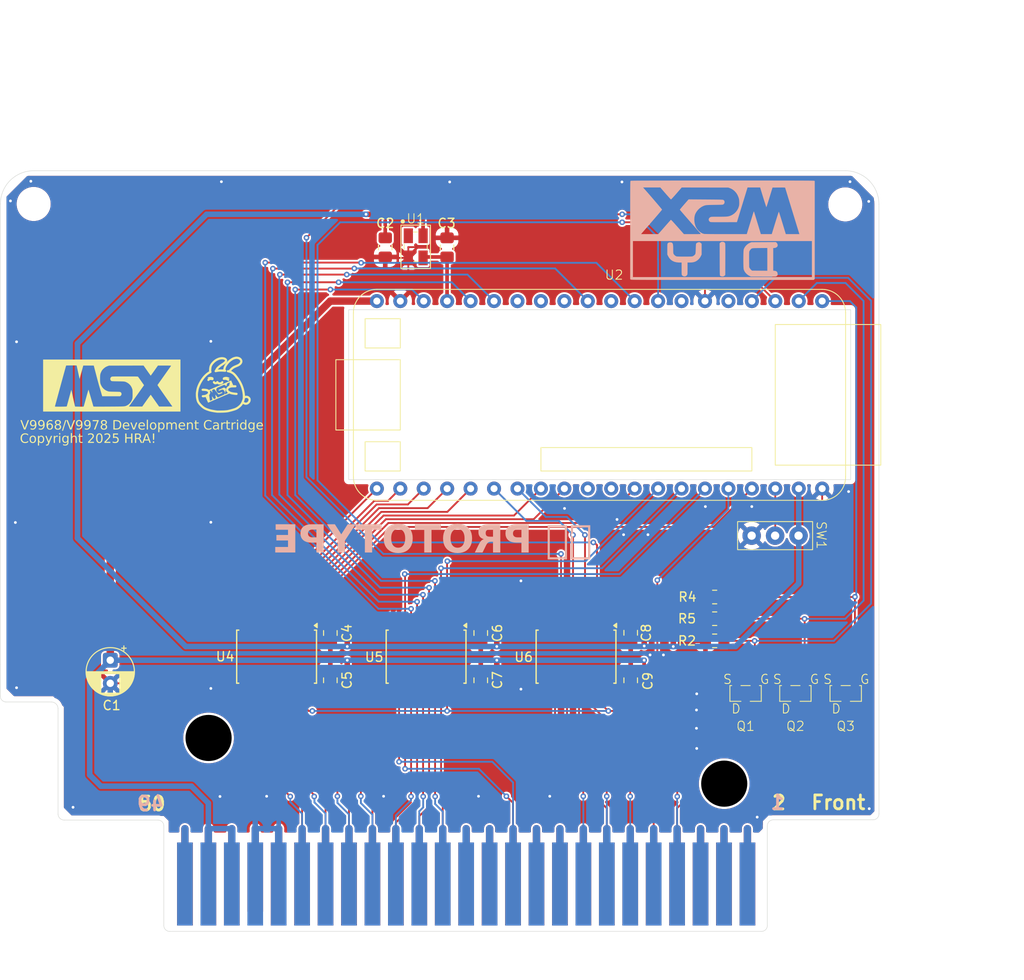
<source format=kicad_pcb>
(kicad_pcb (version 20241229) (generator "pcbnew") (generator_version "9.0")
  (layers (0 "F.Cu" signal) (2 "B.Cu" signal) (13 "F.Paste" user) (15 "B.Paste" user) (5 "F.SilkS" user "F.Silkscreen") (7 "B.SilkS" user "B.Silkscreen") (1 "F.Mask" user) (3 "B.Mask" user) (25 "Edge.Cuts" user))
  (net 0 "")
  (net 1 "GND")
  (net 2 "5V")
  (net 3 "3V3")
  (net 4 "CLOCK")
  (net 5 "BUSDIR")
  (net 6 "INT")
  (net 7 "WAIT")
  (net 13 "{slash}INT")
  (net 15 "{slash}WAIT")
  (net 32 "SLOT_A6")
  (net 33 "SLOT_A5")
  (net 34 "SLOT_A2")
  (net 35 "SLOT_A3")
  (net 36 "SLOT_A4")
  (net 37 "SLOT_A1")
  (net 38 "SLOT_A7")
  (net 39 "SLOT_OE_N")
  (net 40 "SLOT_A0")
  (net 41 "SLOT_RESET_N")
  (net 42 "SLOT_WR_N")
  (net 43 "SLOT_IORQ_N")
  (net 44 "SLOT_RD_N")
  (net 45 "SLOT_D7")
  (net 46 "SLOT_D4")
  (net 47 "SLOT_D6")
  (net 48 "SLOT_D0")
  (net 49 "SLOT_D3")
  (net 50 "SLOT_D1")
  (net 51 "SLOT_DATA_DIR")
  (net 52 "SLOT_D5")
  (net 53 "SLOT_D2")
  (net 54 "DIPSW")
  (net 67 "A7")
  (net 68 "A5")
  (net 69 "{slash}RESET")
  (net 70 "D5")
  (net 71 "{slash}BUSDIR")
  (net 72 "D1")
  (net 73 "D0")
  (net 74 "{slash}RD")
  (net 75 "A2")
  (net 76 "{slash}IORQ")
  (net 77 "D4")
  (net 78 "D6")
  (net 79 "D3")
  (net 80 "A1")
  (net 81 "A6")
  (net 82 "D2")
  (net 83 "A4")
  (net 84 "A3")
  (net 85 "A0")
  (net 86 "{slash}WR")
  (net 87 "D7")
  (footprint "Capacitor_THT:CP_Radial_D5.0mm_P2.50mm" (layer "F.Cu") (at 68.15 136.45 -90)
    (property "Reference" "C1")
    (property "Value" "100uF" (hide yes))
  )
  (footprint "0-My_Parts:TangNano20K" (layer "F.Cu") (at 121.17 107.69 90)
    (property "Reference" "U2")
    (property "Value" "~" (hide yes))
  )
  (footprint "0-My_Parts:BF@MountingHole_3.2mm_M3" (layer "F.Cu") (at 147.8054 87.05)
    (property "Reference" "REF**" (hide yes))
    (property "Value" "BF@MountingHole_3.2mm_M3" (hide yes))
  )
  (footprint "Capacitor_SMD:C_0805_2012Metric_Pad1.18x1.45mm_HandSolder" (layer "F.Cu") (at 124.55 133.475 -90)
    (property "Reference" "C8")
    (property "Value" "0.1uF" (hide yes))
  )
  (footprint "Capacitor_SMD:C_0805_2012Metric_Pad1.18x1.45mm_HandSolder" (layer "F.Cu") (at 97.95 91.7125 -90)
    (property "Reference" "C2")
    (property "Value" "0.1uF" (hide yes))
  )
  (footprint "0-My_Parts:BF@MountingHole_3.2mm_M3" (layer "F.Cu") (at 59.848004 87.0056)
    (property "Reference" "REF**" (hide yes))
    (property "Value" "BF@MountingHole_3.2mm_M3" (hide yes))
  )
  (footprint "0-My_Parts:MOSFET(SMD)" (layer "F.Cu") (at 147.85 130.9)
    (property "Reference" "Q3")
    (property "Value" "NMOS" (hide yes))
  )
  (footprint "Resistor_SMD:R_0805_2012Metric_Pad1.20x1.40mm_HandSolder" (layer "F.Cu") (at 133.65 134.35 180)
    (property "Reference" "R2")
    (property "Value" "10kΩ" (hide yes))
  )
  (footprint "0-My_Parts:SlideSwitch" (layer "F.Cu") (at 140.2 128.03 180)
    (property "Reference" "SW1")
    (property "Value" "~" (hide yes))
  )
  (footprint "0-My_Parts:MSX Cartridge_2" (layer "F.Cu") (at 76.244 154.697)
    (property "Reference" "U3" (hide yes))
    (property "Value" "~" (hide yes))
    (fp_line (start -20 -17.78) (end -20.004345 -14.3476) (stroke (width 0.05)) (layer "Edge.Cuts"))
    (fp_line (start -19.4096 -13.722623) (end -14.4786 -13.722623) (stroke (width 0.05)) (layer "Edge.Cuts"))
    (fp_line (start -13.753587 -1.563613) (end -13.753587 -12.993613) (stroke (width 0.05)) (layer "Edge.Cuts"))
    (fp_line (start -2.925 -0.925) (end -13.085 -0.925) (stroke (width 0.05)) (layer "Edge.Cuts"))
    (fp_line (start -2.29 10.505) (end -2.29 -0.29) (stroke (width 0.05)) (layer "Edge.Cuts"))
    (fp_line (start 62.48 11.14) (end -1.655 11.14) (stroke (width 0.05)) (layer "Edge.Cuts"))
    (fp_line (start 63.115001 -0.29) (end 63.115 10.505) (stroke (width 0.05)) (layer "Edge.Cuts"))
    (fp_line (start 74.570535 -0.954031) (end 63.775535 -0.95403) (stroke (width 0.05)) (layer "Edge.Cuts"))
    (fp_line (start 75.21 -17.77) (end 75.21497 -1.5976) (stroke (width 0.05)) (layer "Edge.Cuts"))
    (fp_arc (start -19.4096 -13.722623) (mid -19.831896 -13.916231) (end -20.004345 -14.3476) (stroke (width 0.05)) (layer "Edge.Cuts"))
    (fp_arc (start -14.4786 -13.722623) (mid -13.964524 -13.508857) (end -13.753588 -12.993613) (stroke (width 0.05)) (layer "Edge.Cuts"))
    (fp_arc (start -13.085031 -0.921789) (mid -13.546646 -1.11006) (end -13.753587 -1.563613) (stroke (width 0.05)) (layer "Edge.Cuts"))
    (fp_arc (start -2.925 -0.925) (mid -2.475987 -0.739013) (end -2.29 -0.29) (stroke (width 0.05)) (layer "Edge.Cuts"))
    (fp_arc (start -1.655 11.14) (mid -2.104013 10.954013) (end -2.29 10.505) (stroke (width 0.05)) (layer "Edge.Cuts"))
    (fp_arc (start 63.115 10.505) (mid 62.929013 10.954013) (end 62.48 11.14) (stroke (width 0.05)) (layer "Edge.Cuts"))
    (fp_arc (start 63.115001 -0.29) (mid 63.306001 -0.760549) (end 63.775535 -0.95403) (stroke (width 0.05)) (layer "Edge.Cuts"))
    (fp_arc (start 75.21497 -1.5976) (mid 75.026167 -1.142222) (end 74.570535 -0.954031) (stroke (width 0.05)) (layer "Edge.Cuts"))
  )
  (footprint "Capacitor_SMD:C_0805_2012Metric_Pad1.18x1.45mm_HandSolder" (layer "F.Cu") (at 104.65 91.7125 90)
    (property "Reference" "C3")
    (property "Value" "15pF" (hide yes))
  )
  (footprint "Capacitor_SMD:C_0805_2012Metric_Pad1.18x1.45mm_HandSolder" (layer "F.Cu") (at 108.3 138.625 90)
    (property "Reference" "C7")
    (property "Value" "0.1uF" (hide yes))
  )
  (footprint "Package_SO:SSOP-24_5.3x8.2mm_P0.65mm" (layer "F.Cu") (at 102.375 136.0625 -90)
    (property "Reference" "U5")
    (property "Value" "~" (hide yes))
  )
  (footprint "Capacitor_SMD:C_0805_2012Metric_Pad1.18x1.45mm_HandSolder" (layer "F.Cu") (at 92 138.625 90)
    (property "Reference" "C5")
    (property "Value" "0.1uF" (hide yes))
  )
  (footprint "0-My_Parts:CLOCK" (layer "F.Cu") (at 101.25 91.65 -90)
    (property "Reference" "U1")
    (property "Value" "~" (hide yes))
  )
  (footprint "Capacitor_SMD:C_0805_2012Metric_Pad1.18x1.45mm_HandSolder" (layer "F.Cu") (at 108.3 133.5 -90)
    (property "Reference" "C6")
    (property "Value" "0.1uF" (hide yes))
  )
  (footprint "Package_SO:SSOP-24_5.3x8.2mm_P0.65mm" (layer "F.Cu") (at 118.625 136.0625 -90)
    (property "Reference" "U6")
    (property "Value" "~" (hide yes))
  )
  (footprint "0-My_Parts:MOSFET(SMD)" (layer "F.Cu") (at 142.4 130.9)
    (property "Reference" "Q2")
    (property "Value" "NMOS" (hide yes))
  )
  (footprint "Resistor_SMD:R_0805_2012Metric_Pad1.20x1.40mm_HandSolder" (layer "F.Cu") (at 133.65 131.95)
    (property "Reference" "R5")
    (property "Value" "10kΩ" (hide yes))
  )
  (footprint "0-My_Parts:usa_10x7" (layer "F.Cu") (at 80.706489 106.492629)
    (property "Reference" "G1" (hide yes))
    (property "Value" "LOGO" (hide yes))
  )
  (footprint "Capacitor_SMD:C_0805_2012Metric_Pad1.18x1.45mm_HandSolder" (layer "F.Cu") (at 124.55 138.625 90)
    (property "Reference" "C9")
    (property "Value" "0.1uF" (hide yes))
  )
  (footprint "Capacitor_SMD:C_0805_2012Metric_Pad1.18x1.45mm_HandSolder" (layer "F.Cu") (at 92 133.5 -90)
    (property "Reference" "C4")
    (property "Value" "0.1uF" (hide yes))
  )
  (footprint "Package_SO:SSOP-24_5.3x8.2mm_P0.65mm" (layer "F.Cu") (at 86.175 136.0625 -90)
    (property "Reference" "U4")
    (property "Value" "~" (hide yes))
  )
  (footprint "Resistor_SMD:R_0805_2012Metric_Pad1.20x1.40mm_HandSolder" (layer "F.Cu") (at 133.65 129.6 180)
    (property "Reference" "R4")
    (property "Value" "10kΩ" (hide yes))
  )
  (footprint "0-My_Parts:MOSFET(SMD)" (layer "F.Cu") (at 137 130.9)
    (property "Reference" "Q1")
    (property "Value" "NMOS" (hide yes))
  )
  (footprint "0-My_Parts:msx_logo_15x5p8" (layer "F.Cu") (at 68.306 106.6656)
    (property "Reference" "G3" (hide yes))
    (property "Value" "LOGO" (hide yes))
  )
  (footprint "0-My_Parts:msxdiy_logo" (layer "B.Cu") (at 134.5 89.85 180)
    (property "Reference" "G2" (hide yes))
    (property "Value" "LOGO" (hide yes))
  )
  (gr_rect (start 93.9854 98.4614) (end 148.3922 116.8764) (stroke (width 0.05)) (fill no) (layer "Edge.Cuts"))
  (gr_arc (start 147.8054 83.4014) (mid 150.38535 84.47005) (end 151.454 87.05) (stroke (width 0.05)) (layer "Edge.Cuts"))
  (gr_line (start 151.454 136.927) (end 151.454 87.05) (stroke (width 0.05)) (layer "Edge.Cuts"))
  (gr_arc (start 56.244 87.0028) (mid 57.298007 84.458203) (end 59.842604 83.404196) (stroke (width 0.05)) (layer "Edge.Cuts"))
  (gr_line (start 56.244 87.0028) (end 56.244 136.917) (stroke (width 0.05)) (layer "Edge.Cuts"))
  (gr_line (start 147.8054 83.4014) (end 59.842604 83.4014) (stroke (width 0.05)) (layer "Edge.Cuts"))
  (gr_text "Copyright 2025 HRA!" (at 58.3492 113.0664 0) (layer "F.SilkS") (effects (font (size 1 1) (thickness 0.1)) (justify left bottom)))
  (gr_text "V9968/V9978 Development Cartridge" (at 58.4 111.6186 0) (layer "F.SilkS") (effects (font (size 1 1) (thickness 0.1)) (justify left bottom)))
  (gr_text "試作 PROTOTYPE" (at 120.376 125.2838 0) (layer "B.SilkS") (effects (font (size 3 3)) (justify left bottom mirror)))
  (segment (start 141.4 139.8816) (end 141.4072 139.8888) (width 0.2) (layer "F.Cu") (net 1))
  (segment (start 98.8 135.8642) (end 98.8 132.4625) (width 0.2) (layer "F.Cu") (net 1))
  (segment (start 105.3 132.4625) (end 105.3 135.8872) (width 0.2) (layer "F.Cu") (net 1))
  (segment (start 146.85 138.8) (end 146.85 139.8816) (width 0.2) (layer "F.Cu") (net 1))
  (segment (start 92 135.8502) (end 83.2158 135.8502) (width 0.2) (layer "F.Cu") (net 1))
  (segment (start 115.7 135.3144) (end 115.677 135.2914) (width 0.2) (layer "F.Cu") (net 1))
  (segment (start 82.6062 135.8502) (end 82.6062 135.9518) (width 0.2) (layer "F.Cu") (net 1))
  (segment (start 117 139.6625) (end 117 135.2936) (width 0.2) (layer "F.Cu") (net 1))
  (segment (start 70.2582 92.75) (end 61.6004 101.4078) (width 0.2) (layer "F.Cu") (net 1))
  (segment (start 100.45 96.66) (end 99.58 97.53) (width 0.2) (layer "F.Cu") (net 1))
  (segment (start 121.55 132.4625) (end 121.55 134.504) (width 0.2) (layer "F.Cu") (net 1))
  (segment (start 118.3 139.6625) (end 118.3 135.31) (width 0.2) (layer "F.Cu") (net 1))
  (segment (start 117 135.2936) (end 116.9978 135.2914) (width 0.2) (layer "F.Cu") (net 1))
  (segment (start 98 92.75) (end 98.1 92.85) (width 0.2) (layer "F.Cu") (net 1))
  (segment (start 100.45 92.85) (end 100.45 91.6926) (width 0.2) (layer "F.Cu") (net 1))
  (segment (start 140.442 125.7156) (end 137.6764 122.95) (width 0.2) (layer "F.Cu") (net 1))
  (segment (start 128.0976 129.6024) (end 128.0976 135.8756) (width 0.2) (layer "F.Cu") (net 1))
  (segment (start 100.437 91.6796) (end 103.231 91.6796) (width 0.2) (layer "F.Cu") (net 1))
  (segment (start 92 134.5375) (end 92 135.8502) (width 0.2) (layer "F.Cu") (net 1))
  (segment (start 82.6 135.958) (end 82.6 139.6625) (width 0.2) (layer "F.Cu") (net 1))
  (segment (start 115.0674 135.2914) (end 115.677 135.2914) (width 0.2) (layer "F.Cu") (net 1))
  (segment (start 128.1 129.6) (end 128.0976 129.6024) (width 0.2) (layer "F.Cu") (net 1))
  (segment (start 108.3 135.901) (end 108.3 137.5875) (width 0.2) (layer "F.Cu") (net 1))
  (segment (start 97.95 92.75) (end 98 92.75) (width 0.2) (layer "F.Cu") (net 1))
  (segment (start 77.7802 135.8502) (end 82.6062 135.8502) (width 0.2) (layer "F.Cu") (net 1))
  (segment (start 98.6336 135.6978) (end 92 135.6978) (width 0.2) (layer "F.Cu") (net 1))
  (segment (start 98.8 139.6625) (end 98.8 135.9378) (width 0.2) (layer "F.Cu") (net 1))
  (segment (start 137.66 122.9604) (end 137.66 122.95) (width 0.2) (layer "F.Cu") (net 1))
  (segment (start 74.6804 138.95) (end 77.7802 135.8502) (width 0.2) (layer "F.Cu") (net 1))
  (segment (start 144.2774 125.7156) (end 140.442 125.7156) (width 0.2) (layer "F.Cu") (net 1))
  (segment (start 124.55 134.5125) (end 124.55 135.7486) (width 0.2) (layer "F.Cu") (net 1))
  (segment (start 124.55 135.7486) (end 126.5228 135.7486) (width 0.2) (layer "F.Cu") (net 1))
  (segment (start 132.6 91.75) (end 132.6 97.53) (width 0.2) (layer "F.Cu") (net 1))
  (segment (start 128.4024 136.1804) (end 128.0976 135.8756) (width 0.2) (layer "F.Cu") (net 1))
  (segment (start 136 136.7676) (end 134.981 135.7486) (width 0.2) (layer "F.Cu") (net 1))
  (segment (start 92 135.901) (end 92 137.5875) (width 0.2) (layer "F.Cu") (net 1))
  (segment (start 118.3 135.31) (end 118.3186 135.2914) (width 0.2) (layer "F.Cu") (net 1))
  (segment (start 115.677 135.2914) (end 116.9978 135.2914) (width 0.2) (layer "F.Cu") (net 1))
  (segment (start 141.4072 139.8888) (end 136.1748 139.8888) (width 0.2) (layer "F.Cu") (net 1))
  (segment (start 131.9838 136.1804) (end 128.4024 136.1804) (width 0.2) (layer "F.Cu") (net 1))
  (segment (start 137.6764 122.95) (end 137.66 122.95) (width 0.2) (layer "F.Cu") (net 1))
  (segment (start 132.4156 135.7486) (end 131.9838 136.1804) (width 0.2) (layer "F.Cu") (net 1))
  (segment (start 136 139.714) (end 136 138.8) (width 0.2) (layer "F.Cu") (net 1))
  (segment (start 136 138.8) (end 136 136.7676) (width 0.2) (layer "F.Cu") (net 1))
  (segment (start 141.4 138.8) (end 141.4 139.8816) (width 0.2) (layer "F.Cu") (net 1))
  (segment (start 121.5585 134.5125) (end 124.55 134.5125) (width 0.2) (layer "F.Cu") (net 1))
  (segment (start 145.3 117.85) (end 145.3 124.693) (width 0.2) (layer "F.Cu") (net 1))
  (segment (start 132.65 129.6) (end 128.1 129.6) (width 0.2) (layer "F.Cu") (net 1))
  (segment (start 82.6062 135.9518) (end 82.6 135.958) (width 0.2) (layer "F.Cu") (net 1))
  (segment (start 61.6004 101.4078) (end 61.6004 132.4004) (width 0.2) (layer "F.Cu") (net 1))
  (segment (start 134.981 135.7486) (end 132.4156 135.7486) (width 0.2) (layer "F.Cu") (net 1))
  (segment (start 124.55 135.7486) (end 124.55 135.9772) (width 0.2) (layer "F.Cu") (net 1))
  (segment (start 83.25 135.816) (end 83.2158 135.8502) (width 0.2) (layer "F.Cu") (net 1))
  (segment (start 115.05 139.6625) (end 115.7 139.6625) (width 0.2) (layer "F.Cu") (net 1))
  (segment (start 108.3 135.6978) (end 108.3 135.901) (width 0.2) (layer "F.Cu") (net 1))
  (segment (start 115.0674 135.2914) (end 114.661 135.6978) (width 0.2) (layer "F.Cu") (net 1))
  (segment (start 114.661 135.6978) (end 108.3 135.6978) (width 0.2) (layer "F.Cu") (net 1))
  (segment (start 118.3186 135.2914) (end 119.5886 135.2914) (width 0.2) (layer "F.Cu") (net 1))
  (segment (start 82.6 135.7424) (end 82.6 132.4625) (width 0.2) (layer "F.Cu") (net 1))
  (segment (start 126.5228 135.7486) (end 126.6498 135.8756) (width 0.2) (layer "F.Cu") (net 1))
  (segment (start 121.55 134.504) (end 121.55 135.2914) (width 0.2) (layer "F.Cu") (net 1))
  (segment (start 83.2158 135.8502) (end 82.6062 135.8502) (width 0.2) (layer "F.Cu") (net 1))
  (segment (start 82.6062 135.7486) (end 82.6 135.7424) (width 0.2) (layer "F.Cu") (net 1))
  (segment (start 103.2424 90.675) (end 104.65 90.675) (width 0.2) (layer "F.Cu") (net 1))
  (segment (start 121.55 134.504) (end 121.5585 134.5125) (width 0.2) (layer "F.Cu") (net 1))
  (segment (start 98.8 135.9378) (end 98.8368 135.901) (width 0.2) (layer "F.Cu") (net 1))
  (segment (start 132.65 129.6) (end 132.65 127.9704) (width 0.2) (layer "F.Cu") (net 1))
  (segment (start 105.3 135.8872) (end 105.3138 135.901) (width 0.2) (layer "F.Cu") (net 1))
  (segment (start 115.05 132.4625) (end 115.05 135.274) (width 0.2) (layer "F.Cu") (net 1))
  (segment (start 145.3 124.693) (end 144.2774 125.7156) (width 0.2) (layer "F.Cu") (net 1))
  (segment (start 98.8368 135.901) (end 98.6336 135.6978) (width 0.2) (layer "F.Cu") (net 1))
  (segment (start 98.8368 135.901) (end 98.8 135.8642) (width 0.2) (layer "F.Cu") (net 1))
  (segment (start 115.7 132.4625) (end 115.7 135.3144) (width 0.2) (layer "F.Cu") (net 1))
  (segment (start 119.6 135.3028) (end 119.5886 135.2914) (width 0.2) (layer "F.Cu") (net 1))
  (segment (start 108.3 135.901) (end 105.3138 135.901) (width 0.2) (layer "F.Cu") (net 1))
  (segment (start 103.231 90.6864) (end 103.2424 90.675) (width 0.2) (layer "F.Cu") (net 1))
  (segment (start 124.55 135.9772) (end 124.55 137.5875) (width 0.2) (layer "F.Cu") (net 1))
  (segment (start 115.05 135.274) (end 115.0674 135.2914) (width 0.2) (layer "F.Cu") (net 1))
  (segment (start 98.1 92.85) (end 100.45 92.85) (width 0.2) (layer "F.Cu") (net 1))
  (segment (start 132.4156 135.7486) (end 132.5934 135.7486) (width 0.2) (layer "F.Cu") (net 1))
  (segment (start 136.1748 139.8888) (end 136 139.714) (width 0.2) (layer "F.Cu") (net 1))
  (segment (start 119.6 139.6625) (end 119.6 135.3028) (width 0.2) (layer "F.Cu") (net 1))
  (segment (start 82.6062 135.8502) (end 82.6062 135.7486) (width 0.2) (layer "F.Cu") (net 1))
  (segment (start 99.45 135.8974) (end 99.4464 135.901) (width 0.2) (layer "F.Cu") (net 1))
  (segment (start 132.5934 135.7486) (end 132.65 135.692) (width 0.2) (layer "F.Cu") (net 1))
  (segment (start 99.4464 135.901) (end 98.8368 135.901) (width 0.2) (layer "F.Cu") (net 1))
  (segment (start 97.95 92.75) (end 70.2582 92.75) (width 0.2) (layer "F.Cu") (net 1))
  (segment (start 131.525 90.675) (end 132.6 91.75) (width 0.2) (layer "F.Cu") (net 1))
  (segment (start 115.7 139.6625) (end 115.7 135.3144) (width 0.2) (layer "F.Cu") (net 1))
  (segment (start 100.45 92.85) (end 100.45 96.66) (width 0.2) (layer "F.Cu") (net 1))
  (segment (start 146.8428 139.8888) (end 141.4072 139.8888) (width 0.2) (layer "F.Cu") (net 1))
  (segment (start 99.45 132.4625) (end 99.45 135.8974) (width 0.2) (layer "F.Cu") (net 1))
  (segment (start 121.55 135.2914) (end 119.5886 135.2914) (width 0.2) (layer "F.Cu") (net 1))
  (segment (start 146.85 139.8816) (end 146.8428 139.8888) (width 0.2) (layer "F.Cu") (net 1))
  (segment (start 92 135.8502) (end 92 135.901) (width 0.2) (layer "F.Cu") (net 1))
  (segment (start 116.9978 135.2914) (end 118.3186 135.2914) (width 0.2) (layer "F.Cu") (net 1))
  (segment (start 132.65 127.9704) (end 137.66 122.9604) (width 0.2) (layer "F.Cu") (net 1))
  (segment (start 68.15 138.95) (end 74.6804 138.95) (width 0.2) (layer "F.Cu") (net 1))
  (segment (start 132.65 135.692) (end 132.65 134.35) (width 0.2) (layer "F.Cu") (net 1))
  (segment (start 103.231 91.6796) (end 103.231 90.6864) (width 0.2) (layer "F.Cu") (net 1))
  (segment (start 104.65 90.675) (end 131.525 90.675) (width 0.2) (layer "F.Cu") (net 1))
  (segment (start 83.25 132.4625) (end 83.25 135.816) (width 0.2) (layer "F.Cu") (net 1))
  (segment (start 124.55 135.2914) (end 124.55 135.9772) (width 0.2) (layer "F.Cu") (net 1))
  (segment (start 105.3138 135.901) (end 99.4464 135.901) (width 0.2) (layer "F.Cu") (net 1))
  (segment (start 61.6004 132.4004) (end 68.15 138.95) (width 0.2) (layer "F.Cu") (net 1))
  (via (at 132.6442 119.7974) (size 0.6) (drill 0.3) (layers "F.Cu" "B.Cu") (net 1))
  (via (at 80.1932 84.593) (size 0.6) (drill 0.3) (layers "F.Cu" "B.Cu") (net 1))
  (via (at 104.9328 84.6184) (size 0.6) (drill 0.3) (layers "F.Cu" "B.Cu") (net 1))
  (via (at 80.0408 151.2172) (size 0.6) (drill 0.3) (layers "F.Cu" "B.Cu") (net 1))
  (via (at 138.2576 153.4524) (size 0.6) (drill 0.3) (layers "F.Cu" "B.Cu") (net 1))
  (via (at 131.7044 146.0102) (size 0.6) (drill 0.3) (layers "F.Cu" "B.Cu") (net 1))
  (via (at 97.77 151.1918) (size 0.6) (drill 0.3) (layers "F.Cu" "B.Cu") (net 1))
  (via (at 108.057 151.1918) (size 0.6) (drill 0.3) (layers "F.Cu" "B.Cu") (net 1))
  (via (at 64.115 152.3856) (size 0.6) (drill 0.3) (layers "F.Cu" "B.Cu") (net 1))
  (via (at 126.4212 122.8454) (size 0.6) (drill 0.3) (layers "F.Cu" "B.Cu") (net 1))
  (via (at 79.0502 121.4992) (size 0.6) (drill 0.3) (layers "F.Cu" "B.Cu") (net 1))
  (via (at 112.6544 139.584) (size 0.6) (drill 0.3) (layers "F.Cu" "B.Cu") (net 1))
  (via (at 126.6498 135.8756) (size 0.6) (drill 0.3) (layers "F.Cu" "B.Cu") (net 1))
  (via (at 148.1636 118.1718) (size 0.6) (drill 0.3) (layers "F.Cu" "B.Cu") (net 1))
  (via (at 131.679 141.8446) (size 0.6) (drill 0.3) (layers "F.Cu" "B.Cu") (net 1))
  (via (at 57.9936 139.4316) (size 0.6) (drill 0.3) (layers "F.Cu" "B.Cu") (net 1))
  (via (at 57.3332 86.6758) (size 0.6) (drill 0.3) (layers "F.Cu" "B.Cu") (net 1))
  (via (at 85.0954 151.1918) (size 0.6) (drill 0.3) (layers "F.Cu" "B.Cu") (net 1))
  (via (at 131.7044 140.092) (size 0.6) (drill 0.3) (layers "F.Cu" "B.Cu") (net 1))
  (via (at 137.6734 119.7974) (size 0.6) (drill 0.3) (layers "F.Cu" "B.Cu") (net 1))
  (via (at 148.316 84.593) (size 0.6) (drill 0.3) (layers "F.Cu" "B.Cu") (net 1))
  (via (at 131.679 143.8258) (size 0.6) (drill 0.3) (layers "F.Cu" "B.Cu") (net 1))
  (via (at 79.0502 101.8904) (size 0.6) (drill 0.3) (layers "F.Cu" "B.Cu") (net 1))
  (via (at 150.348 86.7266) (size 0.6) (drill 0.3) (layers "F.Cu" "B.Cu") (net 1))
  (via (at 117.3788 120.0006) (size 0.6) (drill 0.3) (layers "F.Cu" "B.Cu") (net 1))
  (via (at 115.7786 151.1918) (size 0.6) (drill 0.3) (layers "F.Cu" "B.Cu") (net 1))
  (via (at 123.0684 121.1944) (size 0.6) (drill 0.3) (layers "F.Cu" "B.Cu") (net 1))
  (via (at 128.0976 135.8756) (size 0.6) (drill 0.3) (layers "F.Cu" "B.Cu") (net 1))
  (via (at 57.8666 121.5246) (size 0.6) (drill 0.3) (layers "F.Cu" "B.Cu") (net 1))
  (via (at 57.9936 101.9412) (size 0.6) (drill 0.3) (layers "F.Cu" "B.Cu") (net 1))
  (via (at 123.6018 84.6184) (size 0.6) (drill 0.3) (layers "F.Cu" "B.Cu") (net 1))
  (via (at 112.6544 127.8492) (size 0.6) (drill 0.3) (layers "F.Cu" "B.Cu") (net 1))
  (via (at 123.7796 122.8454) (size 0.6) (drill 0.3) (layers "F.Cu" "B.Cu") (net 1))
  (via (at 59.543 84.5422) (size 0.6) (drill 0.3) (layers "F.Cu" "B.Cu") (net 1))
  (via (at 150.3988 152.538) (size 0.6) (drill 0.3) (layers "F.Cu" "B.Cu") (net 1))
  (via (at 79.0502 139.5078) (size 0.6) (drill 0.3) (layers "F.Cu" "B.Cu") (net 1))
  (segment (start 69.957 148.8296) (end 68.15 147.0226) (width 0.6) (layer "B.Cu") (net 1))
  (segment (start 69.957 148.8804) (end 69.957 148.8296) (width 0.6) (layer "B.Cu") (net 1))
  (segment (start 83.86 154.7) (end 83.86 151.9884) (width 0.6) (layer "B.Cu") (net 1))
  (segment (start 126.6498 135.8756) (end 128.0976 135.8756) (width 0.2) (layer "B.Cu") (net 1))
  (segment (start 83.86 151.9884) (end 80.752 148.8804) (width 0.6) (layer "B.Cu") (net 1))
  (segment (start 83.86 154.7) (end 86.4 154.7) (width 0.6) (layer "B.Cu") (net 1))
  (segment (start 68.15 147.0226) (end 68.15 138.95) (width 0.6) (layer "B.Cu") (net 1))
  (segment (start 80.752 148.8804) (end 69.957 148.8804) (width 0.6) (layer "B.Cu") (net 1))
  (segment (start 68.15 121.3758) (end 91.9958 97.53) (width 0.8) (layer "F.Cu") (net 2))
  (segment (start 124.55 139.6625) (end 125.6061 139.6625) (width 0.4) (layer "F.Cu") (net 2))
  (segment (start 110.0382 139.3808) (end 109.7565 139.6625) (width 0.6) (layer "F.Cu") (net 2))
  (segment (start 109.7565 139.6625) (end 108.3 139.6625) (width 0.6) (layer "F.Cu") (net 2))
  (segment (start 91.9958 97.53) (end 97.04 97.53) (width 0.8) (layer "F.Cu") (net 2))
  (segment (start 93.5513 139.6625) (end 92 139.6625) (width 0.6) (layer "F.Cu") (net 2))
  (segment (start 105.3 139.6625) (end 105.95 139.6625) (width 0.4) (layer "F.Cu") (net 2))
  (segment (start 122.2 139.6625) (end 124.55 139.6625) (width 0.4) (layer "F.Cu") (net 2))
  (segment (start 89.75 139.6625) (end 92 139.6625) (width 0.4) (layer "F.Cu") (net 2))
  (segment (start 89.1 139.6625) (end 89.75 139.6625) (width 0.4) (layer "F.Cu") (net 2))
  (segment (start 68.15 136.45) (end 68.15 121.3758) (width 0.8) (layer "F.Cu") (net 2))
  (segment (start 126.005 139.2636) (end 126.005 136.45) (width 0.4) (layer "F.Cu") (net 2))
  (segment (start 93.833 136.45) (end 93.833 139.3808) (width 0.6) (layer "F.Cu") (net 2))
  (segment (start 125.6061 139.6625) (end 126.005 139.2636) (width 0.4) (layer "F.Cu") (net 2))
  (segment (start 110.0382 136.45) (end 110.0382 139.3808) (width 0.6) (layer "F.Cu") (net 2))
  (segment (start 121.55 139.6625) (end 122.2 139.6625) (width 0.4) (layer "F.Cu") (net 2))
  (segment (start 105.95 139.6625) (end 108.3 139.6625) (width 0.4) (layer "F.Cu") (net 2))
  (segment (start 93.833 139.3808) (end 93.5513 139.6625) (width 0.6) (layer "F.Cu") (net 2))
  (via (at 110.0382 136.45) (size 0.6) (drill 0.3) (layers "F.Cu" "B.Cu") (net 2))
  (via (at 93.833 136.45) (size 0.6) (drill 0.3) (layers "F.Cu" "B.Cu") (net 2))
  (via (at 126.005 136.45) (size 0.6) (drill 0.3) (layers "F.Cu" "B.Cu") (net 2))
  (segment (start 65.9184 148.8804) (end 65.9184 138.6816) (width 0.6) (layer "B.Cu") (net 2))
  (segment (start 110.0382 136.45) (end 126.005 136.45) (width 0.6) (layer "B.Cu") (net 2))
  (segment (start 67.1376 150.0996) (end 65.9184 148.8804) (width 0.6) (layer "B.Cu") (net 2))
  (segment (start 78.78 154.7) (end 78.78 151.9376) (width 0.6) (layer "B.Cu") (net 2))
  (segment (start 78.78 154.7) (end 81.32 154.7) (width 0.6) (layer "B.Cu") (net 2))
  (segment (start 65.9184 138.6816) (end 68.15 136.45) (width 0.6) (layer "B.Cu") (net 2))
  (segment (start 68.15 136.45) (end 93.833 136.45) (width 0.6) (layer "B.Cu") (net 2))
  (segment (start 93.833 136.45) (end 110.0382 136.45) (width 0.6) (layer "B.Cu") (net 2))
  (segment (start 76.942 150.0996) (end 67.1376 150.0996) (width 0.6) (layer "B.Cu") (net 2))
  (segment (start 78.78 151.9376) (end 76.942 150.0996) (width 0.6) (layer "B.Cu") (net 2))
  (segment (start 93.3155 132.4625) (end 92 132.4625) (width 0.6) (layer "F.Cu") (net 3))
  (segment (start 130.1436 131.95) (end 132.65 131.95) (width 0.6) (layer "F.Cu") (net 3))
  (segment (start 97.95 90.675) (end 97.95 88.15) (width 0.4) (layer "F.Cu") (net 3))
  (segment (start 93.833 132.98) (end 93.3155 132.4625) (width 0.6) (layer "F.Cu") (net 3))
  (segment (start 110.0382 134.9612) (end 110.0382 132.8086) (width 0.6) (layer "F.Cu") (net 3))
  (segment (start 122.2 132.4625) (end 124.525 132.4625) (width 0.4) (layer "F.Cu") (net 3))
  (segment (start 125.9803 132.4375) (end 126.0148 132.472) (width 0.6) (layer "F.Cu") (net 3))
  (segment (start 129.1644 134.9612) (end 129.1644 132.9292) (width 0.6) (layer "F.Cu") (net 3))
  (segment (start 105.95 132.4625) (end 108.3 132.4625) (width 0.4) (layer "F.Cu") (net 3))
  (segment (start 124.55 132.4375) (end 125.9803 132.4375) (width 0.6) (layer "F.Cu") (net 3))
  (segment (start 95.865 88.1236) (end 97.9236 88.1236) (width 0.6) (layer "F.Cu") (net 3))
  (segment (start 89.75 132.4625) (end 92 132.4625) (width 0.4) (layer "F.Cu") (net 3))
  (segment (start 126.0148 132.472) (end 126.014799 134.905679) (width 0.6) (layer "F.Cu") (net 3))
  (segment (start 97.9236 88.1236) (end 97.95 88.15) (width 0.6) (layer "F.Cu") (net 3))
  (segment (start 124.525 132.4625) (end 124.55 132.4375) (width 0.2) (layer "F.Cu") (net 3))
  (segment (start 129.1644 132.9292) (end 130.1436 131.95) (width 0.6) (layer "F.Cu") (net 3))
  (segment (start 142.76 122.93) (end 142.74 122.95) (width 0.2) (layer "F.Cu") (net 3))
  (segment (start 97.95 88.15) (end 102.05 88.15) (width 0.4) (layer "F.Cu") (net 3))
  (segment (start 109.6921 132.4625) (end 108.3 132.4625) (width 0.6) (layer "F.Cu") (net 3))
  (segment (start 110.0382 132.8086) (end 109.6921 132.4625) (width 0.6) (layer "F.Cu") (net 3))
  (segment (start 102.05 88.15) (end 102.05 90.45) (width 0.4) (layer "F.Cu") (net 3))
  (segment (start 93.833 134.9612) (end 93.833 132.98) (width 0.6) (layer "F.Cu") (net 3))
  (via (at 129.1644 134.9612) (size 0.6) (drill 0.3) (layers "F.Cu" "B.Cu") (net 3))
  (via (at 95.865 88.1236) (size 0.6) (drill 0.3) (layers "F.Cu" "B.Cu") (net 3))
  (via (at 126.014799 134.905679) (size 0.6) (drill 0.3) (layers "F.Cu" "B.Cu") (net 3))
  (via (at 93.833 134.9612) (size 0.6) (drill 0.3) (layers "F.Cu" "B.Cu") (net 3))
  (via (at 110.0382 134.9612) (size 0.6) (drill 0.3) (layers "F.Cu" "B.Cu") (net 3))
  (segment (start 93.833 134.9612) (end 76.3324 134.9612) (width 0.6) (layer "B.Cu") (net 3))
  (segment (start 126.07032 134.9612) (end 126.014799 134.905679) (width 0.6) (layer "B.Cu") (net 3))
  (segment (start 142.76 117.85) (end 142.76 122.93) (width 0.6) (layer "B.Cu") (net 3))
  (segment (start 135.9208 134.9612) (end 129.1644 134.9612) (width 0.6) (layer "B.Cu") (net 3))
  (segment (start 65.6898 124.3186) (end 64.5976 123.2264) (width 0.6) (layer "B.Cu") (net 3))
  (segment (start 125.959278 134.9612) (end 126.014799 134.905679) (width 0.6) (layer "B.Cu") (net 3))
  (segment (start 142.76 122.93) (end 142.74 122.95) (width 0.2) (layer "B.Cu") (net 3))
  (segment (start 110.0382 134.9612) (end 125.959278 134.9612) (width 0.6) (layer "B.Cu") (net 3))
  (segment (start 142.76 122.93) (end 142.76 128.122) (width 0.6) (layer "B.Cu") (net 3))
  (segment (start 78.593 88.1236) (end 95.865 88.1236) (width 0.6) (layer "B.Cu") (net 3))
  (segment (start 76.3324 134.9612) (end 65.6898 124.3186) (width 0.6) (layer "B.Cu") (net 3))
  (segment (start 110.0382 134.9612) (end 93.833 134.9612) (width 0.6) (layer "B.Cu") (net 3))
  (segment (start 142.76 128.122) (end 135.9208 134.9612) (width 0.6) (layer "B.Cu") (net 3))
  (segment (start 64.5976 123.2264) (end 64.5976 102.119) (width 0.6) (layer "B.Cu") (net 3))
  (segment (start 129.1644 134.9612) (end 126.07032 134.9612) (width 0.6) (layer "B.Cu") (net 3))
  (segment (start 64.5976 102.119) (end 78.593 88.1236) (width 0.6) (layer "B.Cu") (net 3))
  (segment (start 95.865 88.1236) (end 95.8904 88.1236) (width 0.6) (layer "B.Cu") (net 3))
  (segment (start 104.65 97.52) (end 104.66 97.53) (width 0.2) (layer "F.Cu") (net 4))
  (segment (start 104.65 92.75) (end 104.65 97.52) (width 0.4) (layer "F.Cu") (net 4))
  (segment (start 104.65 92.75) (end 102.15 92.75) (width 0.4) (layer "F.Cu") (net 4))
  (segment (start 137.9766 134.35) (end 138 134.3734) (width 0.2) (layer "F.Cu") (net 5))
  (segment (start 138 134.3734) (end 138 138.8) (width 0.2) (layer "F.Cu") (net 5))
  (segment (start 134.65 134.35) (end 137.9766 134.35) (width 0.2) (layer "F.Cu") (net 5))
  (via (at 137.9766 134.35) (size 0.6) (drill 0.3) (layers "F.Cu" "B.Cu") (net 5))
  (segment (start 150.602 130.313) (end 150.602 97.4962) (width 0.2) (layer "B.Cu") (net 5))
  (segment (start 148.1128 95.007) (end 140.203 95.007) (width 0.2) (layer "B.Cu") (net 5))
  (segment (start 146.565 134.35) (end 150.602 130.313) (width 0.2) (layer "B.Cu") (net 5))
  (segment (start 137.9766 134.35) (end 146.565 134.35) (width 0.2) (layer "B.Cu") (net 5))
  (segment (start 150.602 97.4962) (end 148.1128 95.007) (width 0.2) (layer "B.Cu") (net 5))
  (segment (start 140.203 95.007) (end 137.68 97.53) (width 0.2) (layer "B.Cu") (net 5))
  (segment (start 134.65 129.6) (end 148.8258 129.6) (width 0.2) (layer "F.Cu") (net 6))
  (segment (start 148.8494 129.5764) (end 148.85 129.577) (width 0.2) (layer "F.Cu") (net 6))
  (segment (start 148.85 129.577) (end 148.85 138.8) (width 0.2) (layer "F.Cu") (net 6))
  (via (at 148.8494 129.5764) (size 0.6) (drill 0.3) (layers "F.Cu" "B.Cu") (net 6))
  (segment (start 145.3 97.53) (end 148.310742 97.53) (width 0.2) (layer "B.Cu") (net 6))
  (segment (start 148.310742 97.53) (end 148.9932 98.212458) (width 0.2) (layer "B.Cu") (net 6))
  (segment (start 148.9932 98.212458) (end 148.9932 129.4326) (width 0.2) (layer "B.Cu") (net 6))
  (segment (start 148.9932 129.4326) (end 148.8494 129.5764) (width 0.2) (layer "B.Cu") (net 6))
  (segment (start 143.3744 131.95) (end 143.3884 131.964) (width 0.2) (layer "F.Cu") (net 7))
  (segment (start 134.65 131.95) (end 143.3744 131.95) (width 0.2) (layer "F.Cu") (net 7))
  (segment (start 143.4 131.9756) (end 143.4 138.8) (width 0.2) (layer "F.Cu") (net 7))
  (segment (start 143.3884 131.964) (end 143.4 131.9756) (width 0.2) (layer "F.Cu") (net 7))
  (via (at 143.3884 131.964) (size 0.6) (drill 0.3) (layers "F.Cu" "B.Cu") (net 7))
  (segment (start 147.808 131.964) (end 149.7892 129.9828) (width 0.2) (layer "B.Cu") (net 7))
  (segment (start 143.3884 131.964) (end 147.808 131.964) (width 0.2) (layer "B.Cu") (net 7))
  (segment (start 147.8334 95.5658) (end 144.7242 95.5658) (width 0.2) (layer "B.Cu") (net 7))
  (segment (start 149.7892 129.9828) (end 149.7892 97.5216) (width 0.2) (layer "B.Cu") (net 7))
  (segment (start 149.7892 97.5216) (end 147.8334 95.5658) (width 0.2) (layer "B.Cu") (net 7))
  (segment (start 144.7242 95.5658) (end 142.76 97.53) (width 0.2) (layer "B.Cu") (net 7))
  (segment (start 129.58 152.4964) (end 129.58 154.7) (width 0.2) (layer "F.Cu") (net 13))
  (segment (start 129.5708 152.4872) (end 129.58 152.4964) (width 0.2) (layer "F.Cu") (net 13))
  (segment (start 147.85 143.1234) (end 146.2586 144.7148) (width 0.2) (layer "F.Cu") (net 13))
  (segment (start 130.4344 145.807) (end 130.4344 151.6236) (width 0.2) (layer "F.Cu") (net 13))
  (segment (start 130.4344 151.6236) (end 129.5708 152.4872) (width 0.2) (layer "F.Cu") (net 13))
  (segment (start 147.85 141) (end 147.85 143.1234) (width 0.2) (layer "F.Cu") (net 13))
  (segment (start 146.2586 144.7148) (end 131.5266 144.7148) (width 0.2) (layer "F.Cu") (net 13))
  (segment (start 131.5266 144.7148) (end 130.4344 145.807) (width 0.2) (layer "F.Cu") (net 13))
  (segment (start 140.6156 142.7844) (end 131.5012 142.7844) (width 0.2) (layer "F.Cu") (net 15))
  (segment (start 142.4 141) (end 140.6156 142.7844) (width 0.2) (layer "F.Cu") (net 15))
  (segment (start 129.5962 144.6894) (end 129.5962 151.2172) (width 0.2) (layer "F.Cu") (net 15))
  (segment (start 131.5012 142.7844) (end 129.5962 144.6894) (width 0.2) (layer "F.Cu") (net 15))
  (via (at 129.5962 151.2172) (size 0.6) (drill 0.3) (layers "F.Cu" "B.Cu") (net 15))
  (segment (start 129.58 151.2334) (end 129.58 154.7) (width 0.2) (layer "B.Cu") (net 15))
  (segment (start 129.5962 151.2172) (end 129.58 151.2334) (width 0.2) (layer "B.Cu") (net 15))
  (segment (start 100.75 130.8718) (end 100.75 132.4625) (width 0.2) (layer "F.Cu") (net 32))
  (segment (start 95.3062 93.356) (end 95.3316 93.3814) (width 0.2) (layer "F.Cu") (net 32))
  (segment (start 84.943 93.356) (end 95.3062 93.356) (width 0.2) (layer "F.Cu") (net 32))
  (via (at 100.75 130.8718) (size 0.6) (drill 0.3) (layers "F.Cu" "B.Cu") (net 32))
  (via (at 84.943 93.356) (size 0.6) (drill 0.3) (layers "F.Cu" "B.Cu") (net 32))
  (via (at 95.3316 93.3814) (size 0.6) (drill 0.3) (layers "F.Cu" "B.Cu") (net 32))
  (segment (start 97.2112 130.8718) (end 84.943 118.6036) (width 0.2) (layer "B.Cu") (net 32))
  (segment (start 100.75 130.8718) (end 97.2112 130.8718) (width 0.2) (layer "B.Cu") (net 32))
  (segment (start 84.943 93.356) (end 84.943 93.2544) (width 0.2) (layer "B.Cu") (net 32))
  (segment (start 120.8314 93.3814) (end 124.98 97.53) (width 0.2) (layer "B.Cu") (net 32))
  (segment (start 84.943 118.6036) (end 84.943 93.356) (width 0.2) (layer "B.Cu") (net 32))
  (segment (start 95.3316 93.3814) (end 120.8314 93.3814) (width 0.2) (layer "B.Cu") (net 32))
  (segment (start 85.77306 94.006) (end 94.58 94.006) (width 0.2) (layer "F.Cu") (net 33))
  (segment (start 101.4 132.4625) (end 101.4 130.1098) (width 0.2) (layer "F.Cu") (net 33))
  (segment (start 94.595 93.991) (end 94.58 94.006) (width 0.2) (layer "F.Cu") (net 33))
  (via (at 101.4 130.1098) (size 0.6) (drill 0.3) (layers "F.Cu" "B.Cu") (net 33))
  (via (at 94.595 93.991) (size 0.6) (drill 0.3) (layers "F.Cu" "B.Cu") (net 33))
  (via (at 85.77306 94.006) (size 0.6) (drill 0.3) (layers "F.Cu" "B.Cu") (net 33))
  (segment (start 94.595 93.991) (end 116.361 93.991) (width 0.2) (layer "B.Cu") (net 33))
  (segment (start 116.361 93.991) (end 119.9 97.53) (width 0.2) (layer "B.Cu") (net 33))
  (segment (start 85.6796 118.5528) (end 85.6796 94.09946) (width 0.2) (layer "B.Cu") (net 33))
  (segment (start 85.6796 94.09946) (end 85.77306 94.006) (width 0.2) (layer "B.Cu") (net 33))
  (segment (start 97.2366 130.1098) (end 85.6796 118.5528) (width 0.2) (layer "B.Cu") (net 33))
  (segment (start 101.4 130.1098) (end 97.2366 130.1098) (width 0.2) (layer "B.Cu") (net 33))
  (segment (start 85.77306 93.83046) (end 85.77306 94.006) (width 0.2) (layer "B.Cu") (net 33))
  (segment (start 88.1942 96.277) (end 92.0042 96.277) (width 0.2) (layer "F.Cu") (net 34))
  (segment (start 103.35 132.4625) (end 103.35 127.8666) (width 0.2) (layer "F.Cu") (net 34))
  (segment (start 103.35 127.8666) (end 103.3326 127.8492) (width 0.2) (layer "F.Cu") (net 34))
  (via (at 103.3326 127.8492) (size 0.6) (drill 0.3) (layers "F.Cu" "B.Cu") (net 34))
  (via (at 88.1942 96.277) (size 0.6) (drill 0.3) (layers "F.Cu" "B.Cu") (net 34))
  (via (at 92.0042 96.277) (size 0.6) (drill 0.3) (layers "F.Cu" "B.Cu") (net 34))
  (segment (start 97.4906 127.8492) (end 88.1942 118.5528) (width 0.2) (layer "B.Cu") (net 34))
  (segment (start 103.3326 127.8492) (end 97.4906 127.8492) (width 0.2) (layer "B.Cu") (net 34))
  (segment (start 100.867 96.277) (end 102.12 97.53) (width 0.2) (layer "B.Cu") (net 34))
  (segment (start 92.0042 96.277) (end 100.867 96.277) (width 0.2) (layer "B.Cu") (net 34))
  (segment (start 88.1942 118.5528) (end 88.1942 96.277) (width 0.2) (layer "B.Cu") (net 34))
  (segment (start 102.7 128.5882) (end 102.6976 128.5858) (width 0.2) (layer "F.Cu") (net 35))
  (segment (start 102.7 132.4625) (end 102.7 128.5882) (width 0.2) (layer "F.Cu") (net 35))
  (segment (start 87.356 95.4896) (end 92.8932 95.4896) (width 0.2) (layer "F.Cu") (net 35))
  (via (at 102.6976 128.5858) (size 0.6) (drill 0.3) (layers "F.Cu" "B.Cu") (net 35))
  (via (at 92.8932 95.4896) (size 0.6) (drill 0.3) (layers "F.Cu" "B.Cu") (net 35))
  (via (at 87.356 95.4896) (size 0.6) (drill 0.3) (layers "F.Cu" "B.Cu") (net 35))
  (segment (start 87.356 118.5528) (end 87.356 95.4896) (width 0.2) (layer "B.Cu") (net 35))
  (segment (start 102.6976 128.5858) (end 97.389 128.5858) (width 0.2) (layer "B.Cu") (net 35))
  (segment (start 97.389 128.5858) (end 87.356 118.5528) (width 0.2) (layer "B.Cu") (net 35))
  (segment (start 105.1596 95.4896) (end 107.2 97.53) (width 0.2) (layer "B.Cu") (net 35))
  (segment (start 92.8932 95.4896) (end 105.1596 95.4896) (width 0.2) (layer "B.Cu") (net 35))
  (segment (start 102.05 132.4625) (end 102.05 129.3606) (width 0.2) (layer "F.Cu") (net 36))
  (segment (start 102.05 129.3606) (end 102.0372 129.3478) (width 0.2) (layer "F.Cu") (net 36))
  (segment (start 93.7776 94.656) (end 93.7822 94.6514) (width 0.2) (layer "F.Cu") (net 36))
  (segment (start 86.532085 94.656) (end 93.7776 94.656) (width 0.2) (layer "F.Cu") (net 36))
  (via (at 93.7776 94.656) (size 0.6) (drill 0.3) (layers "F.Cu" "B.Cu") (net 36))
  (via (at 102.0372 129.3478) (size 0.6) (drill 0.3) (layers "F.Cu" "B.Cu") (net 36))
  (via (at 86.532085 94.656) (size 0.6) (drill 0.3) (layers "F.Cu" "B.Cu") (net 36))
  (segment (start 86.467 118.502) (end 86.467 94.721085) (width 0.2) (layer "B.Cu") (net 36))
  (segment (start 97.3128 129.3478) (end 86.467 118.502) (width 0.2) (layer "B.Cu") (net 36))
  (segment (start 86.467 94.721085) (end 86.532085 94.656) (width 0.2) (layer "B.Cu") (net 36))
  (segment (start 106.866 94.656) (end 109.74 97.53) (width 0.2) (layer "B.Cu") (net 36))
  (segment (start 102.0372 129.3478) (end 97.3128 129.3478) (width 0.2) (layer "B.Cu") (net 36))
  (segment (start 93.7776 94.656) (end 106.866 94.656) (width 0.2) (layer "B.Cu") (net 36))
  (segment (start 103.993 128.662) (end 103.993 128.6366) (width 0.2) (layer "F.Cu") (net 37))
  (segment (start 104 128.669) (end 103.993 128.662) (width 0.2) (layer "F.Cu") (net 37))
  (segment (start 103.993 128.6366) (end 103.993 126.4776) (width 0.2) (layer "F.Cu") (net 37))
  (segment (start 104 132.4625) (end 104 128.669) (width 0.2) (layer "F.Cu") (net 37))
  (via (at 103.993 126.4776) (size 0.6) (drill 0.3) (layers "F.Cu" "B.Cu") (net 37))
  (segment (start 121.4428 126.4672) (end 130.06 117.85) (width 0.2) (layer "B.Cu") (net 37))
  (segment (start 103.993 126.4776) (end 121.4428 126.4776) (width 0.2) (layer "B.Cu") (net 37))
  (segment (start 121.4428 126.4776) (end 121.4428 126.4672) (width 0.2) (layer "B.Cu") (net 37))
  (segment (start 100.1 132.4625) (end 100.1 127.1566) (width 0.2) (layer "F.Cu") (net 38))
  (segment (start 100.1 127.1566) (end 100.056 127.1126) (width 0.2) (layer "F.Cu") (net 38))
  (via (at 100.056 127.1126) (size 0.6) (drill 0.3) (layers "F.Cu" "B.Cu") (net 38))
  (segment (start 100.056 127.1126) (end 123.3374 127.1126) (width 0.2) (layer "B.Cu") (net 38))
  (segment (start 123.3374 127.1126) (end 132.6 117.85) (width 0.2) (layer "B.Cu") (net 38))
  (segment (start 125.7354 141.9462) (end 127.4372 140.2444) (width 0.2) (layer "F.Cu") (net 39))
  (segment (start 120.9 139.6625) (end 120.9 140.7375) (width 0.2) (layer "F.Cu") (net 39))
  (segment (start 120.9 140.7375) (end 122.1087 141.9462) (width 0.2) (layer "F.Cu") (net 39))
  (segment (start 127.4372 140.2444) (end 127.4372 127.773) (width 0.2) (layer "F.Cu") (net 39))
  (segment (start 89.6587 141.9462) (end 90.0484 141.9462) (width 0.2) (layer "F.Cu") (net 39))
  (segment (start 88.45 139.6625) (end 88.45 140.7375) (width 0.2) (layer "F.Cu") (net 39))
  (segment (start 90.0484 141.9462) (end 90.0992 141.9462) (width 0.2) (layer "F.Cu") (net 39))
  (segment (start 127.234 127.773) (end 127.4372 127.773) (width 0.2) (layer "F.Cu") (net 39))
  (segment (start 104.65 141.9428) (end 104.6534 141.9462) (width 0.2) (layer "F.Cu") (net 39))
  (segment (start 122.1087 141.9462) (end 122.1286 141.9462) (width 0.2) (layer "F.Cu") (net 39))
  (segment (start 122.1286 141.9462) (end 125.7354 141.9462) (width 0.2) (layer "F.Cu") (net 39))
  (segment (start 104.65 139.6625) (end 104.65 141.9428) (width 0.2) (layer "F.Cu") (net 39))
  (segment (start 88.45 140.7375) (end 89.6587 141.9462) (width 0.2) (layer "F.Cu") (net 39))
  (via (at 127.4372 127.773) (size 0.6) (drill 0.3) (layers "F.Cu" "B.Cu") (net 39))
  (via (at 122.1286 141.9462) (size 0.6) (drill 0.3) (layers "F.Cu" "B.Cu") (net 39))
  (via (at 104.6534 141.9462) (size 0.6) (drill 0.3) (layers "F.Cu" "B.Cu") (net 39))
  (via (at 90.0484 141.9462) (size 0.6) (drill 0.3) (layers "F.Cu" "B.Cu") (net 39))
  (segment (start 135.14 120.0702) (end 127.4372 127.773) (width 0.2) (layer "B.Cu") (net 39))
  (segment (start 135.14 117.85) (end 135.14 120.0702) (width 0.2) (layer "B.Cu") (net 39))
  (segment (start 122.1286 141.9462) (end 90.0992 141.9462) (width 0.2) (layer "B.Cu") (net 39))
  (segment (start 104.65 132.4625) (end 104.65 125.7444) (width 0.2) (layer "F.Cu") (net 40))
  (segment (start 104.65 125.7444) (end 104.6788 125.7156) (width 0.2) (layer "F.Cu") (net 40))
  (via (at 104.6788 125.7156) (size 0.6) (drill 0.3) (layers "F.Cu" "B.Cu") (net 40))
  (segment (start 127.52 117.85) (end 119.6544 125.7156) (width 0.2) (layer "B.Cu") (net 40))
  (segment (start 119.6544 125.7156) (end 104.6788 125.7156) (width 0.2) (layer "B.Cu") (net 40))
  (segment (start 117 132.4625) (end 117 124.9304) (width 0.2) (layer "F.Cu") (net 41))
  (segment (start 93.0456 87.0314) (end 110.597 87.0314) (width 0.2) (layer "F.Cu") (net 41))
  (segment (start 111.6892 88.1236) (end 123.6272 88.1236) (width 0.2) (layer "F.Cu") (net 41))
  (segment (start 110.597 87.0314) (end 111.6892 88.1236) (width 0.2) (layer "F.Cu") (net 41))
  (segment (start 89.4134 90.6636) (end 93.0456 87.0314) (width 0.2) (layer "F.Cu") (net 41))
  (segment (start 117 124.9304) (end 116.9978 124.9282) (width 0.2) (layer "F.Cu") (net 41))
  (via (at 89.4134 90.6636) (size 0.6) (drill 0.3) (layers "F.Cu" "B.Cu") (net 41))
  (via (at 123.6272 88.1236) (size 0.6) (drill 0.3) (layers "F.Cu" "B.Cu") (net 41))
  (via (at 116.9978 124.9282) (size 0.6) (drill 0.3) (layers "F.Cu" "B.Cu") (net 41))
  (segment (start 127.5134 90.6382) (end 127.5134 93.0004) (width 0.2) (layer "B.Cu") (net 41))
  (segment (start 89.4134 116.597) (end 89.4134 90.6636) (width 0.2) (layer "B.Cu") (net 41))
  (segment (start 123.6272 88.1236) (end 124.9988 88.1236) (width 0.2) (layer "B.Cu") (net 41))
  (segment (start 97.7446 124.9282) (end 89.4134 116.597) (width 0.2) (layer "B.Cu") (net 41))
  (segment (start 127.5134 93.0004) (end 127.52 93.007) (width 0.2) (layer "B.Cu") (net 41))
  (segment (start 116.9978 124.9282) (end 97.7446 124.9282) (width 0.2) (layer "B.Cu") (net 41))
  (segment (start 124.9988 88.1236) (end 127.5134 90.6382) (width 0.2) (layer "B.Cu") (net 41))
  (segment (start 127.52 93.007) (end 127.52 97.53) (width 0.2) (layer "B.Cu") (net 41))
  (segment (start 119.6 132.4625) (end 119.6 122.8822) (width 0.2) (layer "F.Cu") (net 42))
  (segment (start 119.6 122.8822) (end 119.5886 122.8708) (width 0.2) (layer "F.Cu") (net 42))
  (via (at 119.5886 122.8708) (size 0.6) (drill 0.3) (layers "F.Cu" "B.Cu") (net 42))
  (segment (start 117.6328 120.915) (end 115.345 120.915) (width 0.2) (layer "B.Cu") (net 42))
  (segment (start 119.5886 122.8708) (end 117.6328 120.915) (width 0.2) (layer "B.Cu") (net 42))
  (segment (start 115.345 120.915) (end 112.28 117.85) (width 0.2) (layer "B.Cu") (net 42))
  (segment (start 120.9 123.979) (end 120.6046 123.6836) (width 0.2) (layer "F.Cu") (net 43))
  (segment (start 120.9 132.4625) (end 120.9 123.979) (width 0.2) (layer "F.Cu") (net 43))
  (segment (start 131.6772 88.9872) (end 123.6272 88.9872) (width 0.2) (layer "F.Cu") (net 43))
  (segment (start 140.22 97.53) (end 131.6772 88.9872) (width 0.2) (layer "F.Cu") (net 43))
  (segment (start 120.6046 123.6836) (end 120.503 123.6836) (width 0.2) (layer "F.Cu") (net 43))
  (via (at 120.503 123.6836) (size 0.6) (drill 0.3) (layers "F.Cu" "B.Cu") (net 43))
  (via (at 123.6272 88.9872) (size 0.6) (drill 0.3) (layers "F.Cu" "B.Cu") (net 43))
  (segment (start 97.3382 123.6836) (end 90.6072 116.9526) (width 0.2) (layer "B.Cu") (net 43))
  (segment (start 120.503 123.6836) (end 97.3382 123.6836) (width 0.2) (layer "B.Cu") (net 43))
  (segment (start 90.6072 91.451) (end 93.071 88.9872) (width 0.2) (layer "B.Cu") (net 43))
  (segment (start 93.071 88.9872) (end 123.6272 88.9872) (width 0.2) (layer "B.Cu") (net 43))
  (segment (start 90.6072 116.9526) (end 90.6072 91.451) (width 0.2) (layer "B.Cu") (net 43))
  (segment (start 118.3 122.8776) (end 118.2932 122.8708) (width 0.2) (layer "F.Cu") (net 44))
  (segment (start 118.3 132.4625) (end 118.3 122.8776) (width 0.2) (layer "F.Cu") (net 44))
  (via (at 118.2932 122.8708) (size 0.6) (drill 0.3) (layers "F.Cu" "B.Cu") (net 44))
  (segment (start 113.2368 121.3468) (end 109.74 117.85) (width 0.2) (layer "B.Cu") (net 44))
  (segment (start 118.2932 122.8708) (end 116.7692 121.3468) (width 0.2) (layer "B.Cu") (net 44))
  (segment (start 116.7692 121.3468) (end 113.2368 121.3468) (width 0.2) (layer "B.Cu") (net 44))
  (segment (start 83.9 130.99) (end 97.04 117.85) (width 0.2) (layer "F.Cu") (net 45))
  (segment (start 83.9 132.4625) (end 83.9 130.99) (width 0.2) (layer "F.Cu") (net 45))
  (segment (start 102.541 119.969) (end 104.66 117.85) (width 0.2) (layer "F.Cu") (net 46))
  (segment (start 85.85 131.3875) (end 97.2685 119.969) (width 0.2) (layer "F.Cu") (net 46))
  (segment (start 97.2685 119.969) (end 102.541 119.969) (width 0.2) (layer "F.Cu") (net 46))
  (segment (start 85.85 132.4625) (end 85.85 131.3875) (width 0.2) (layer "F.Cu") (net 46))
  (segment (start 96.7685 119.169) (end 98.261 119.169) (width 0.2) (layer "F.Cu") (net 47))
  (segment (start 98.261 119.169) (end 99.58 117.85) (width 0.2) (layer "F.Cu") (net 47))
  (segment (start 84.55 131.3875) (end 96.7685 119.169) (width 0.2) (layer "F.Cu") (net 47))
  (segment (start 84.55 132.4625) (end 84.55 131.3875) (width 0.2) (layer "F.Cu") (net 47))
  (segment (start 121.2546 121.5754) (end 124.98 117.85) (width 0.2) (layer "F.Cu") (net 48))
  (segment (start 88.45 132.4625) (end 88.45 131.4105) (width 0.2) (layer "F.Cu") (net 48))
  (segment (start 88.45 131.4105) (end 98.2851 121.5754) (width 0.2) (layer "F.Cu") (net 48))
  (segment (start 98.2851 121.5754) (end 121.2546 121.5754) (width 0.2) (layer "F.Cu") (net 48))
  (segment (start 86.5 132.4625) (end 86.5 131.3875) (width 0.2) (layer "F.Cu") (net 49))
  (segment (start 86.5 131.3875) (end 97.5185 120.369) (width 0.2) (layer "F.Cu") (net 49))
  (segment (start 97.5185 120.369) (end 104.681 120.369) (width 0.2) (layer "F.Cu") (net 49))
  (segment (start 104.681 120.369) (end 107.2 117.85) (width 0.2) (layer "F.Cu") (net 49))
  (segment (start 114.041 121.169) (end 117.36 117.85) (width 0.2) (layer "F.Cu") (net 50))
  (segment (start 98.0185 121.169) (end 114.041 121.169) (width 0.2) (layer "F.Cu") (net 50))
  (segment (start 87.8 132.4625) (end 87.8 131.3875) (width 0.2) (layer "F.Cu") (net 50))
  (segment (start 87.8 131.3875) (end 98.0185 121.169) (width 0.2) (layer "F.Cu") (net 50))
  (segment (start 89.1 132.4625) (end 89.1 131.3875) (width 0.2) (layer "F.Cu") (net 51))
  (segment (start 89.1 131.3875) (end 98.4803 122.0072) (width 0.2) (layer "F.Cu") (net 51))
  (segment (start 98.4803 122.0072) (end 133.5228 122.0072) (width 0.2) (layer "F.Cu") (net 51))
  (segment (start 133.5228 122.0072) (end 137.68 117.85) (width 0.2) (layer "F.Cu") (net 51))
  (segment (start 85.2 131.3875) (end 97.0185 119.569) (width 0.2) (layer "F.Cu") (net 52))
  (segment (start 97.0185 119.569) (end 100.401 119.569) (width 0.2) (layer "F.Cu") (net 52))
  (segment (start 85.2 132.4625) (end 85.2 131.3875) (width 0.2) (layer "F.Cu") (net 52))
  (segment (start 100.401 119.569) (end 102.12 117.85) (width 0.2) (layer "F.Cu") (net 52))
  (segment (start 87.15 132.4625) (end 87.15 131.3875) (width 0.2) (layer "F.Cu") (net 53))
  (segment (start 97.7685 120.769) (end 111.901 120.769) (width 0.2) (layer "F.Cu") (net 53))
  (segment (start 111.901 120.769) (end 114.82 117.85) (width 0.2) (layer "F.Cu") (net 53))
  (segment (start 87.15 131.3875) (end 97.7685 120.769) (width 0.2) (layer "F.Cu") (net 53))
  (segment (start 140.22 122.93) (end 140.2 122.95) (width 0.2) (layer "F.Cu") (net 54))
  (segment (start 140.22 117.85) (end 140.22 122.93) (width 0.2) (layer "F.Cu") (net 54))
  (segment (start 99.45 139.6625) (end 99.45 147.4544) (width 0.2) (layer "F.Cu") (net 67))
  (segment (start 99.45 147.4544) (end 99.4464 147.458) (width 0.2) (layer "F.Cu") (net 67))
  (via (at 99.45 147.4544) (size 0.6) (drill 0.3) (layers "F.Cu" "B.Cu") (net 67))
  (segment (start 99.45 147.4544) (end 109.552 147.4544) (width 0.2) (layer "B.Cu") (net 67))
  (segment (start 111.8 149.7024) (end 111.8 154.7) (width 0.2) (layer "B.Cu") (net 67))
  (segment (start 109.552 147.4544) (end 111.8 149.7024) (width 0.2) (layer "B.Cu") (net 67))
  (segment (start 100.75 139.6625) (end 100.75 151.209) (width 0.2) (layer "F.Cu") (net 68))
  (segment (start 100.75 151.209) (end 100.7418 151.2172) (width 0.2) (layer "F.Cu") (net 68))
  (via (at 100.7418 151.2172) (size 0.6) (drill 0.3) (layers "F.Cu" "B.Cu") (net 68))
  (segment (start 100.7418 151.6236) (end 99.1 153.2654) (width 0.2) (layer "B.Cu") (net 68))
  (segment (start 99.1 153.2654) (end 99.1 154.7) (width 0.2) (layer "B.Cu") (net 68))
  (segment (start 100.7418 151.2172) (end 100.7418 151.6236) (width 0.2) (layer "B.Cu") (net 68))
  (segment (start 116.35 139.6625) (end 116.35 142.4668) (width 0.2) (layer "F.Cu") (net 69))
  (segment (start 119.4108 145.5276) (end 119.4108 151.1918) (width 0.2) (layer "F.Cu") (net 69))
  (segment (start 116.35 142.4668) (end 119.4108 145.5276) (width 0.2) (layer "F.Cu") (net 69))
  (via (at 119.4108 151.1918) (size 0.6) (drill 0.3) (layers "F.Cu" "B.Cu") (net 69))
  (segment (start 119.4108 151.1918) (end 119.4108 151.2172) (width 0.2) (layer "B.Cu") (net 69))
  (segment (start 119.42 151.2264) (end 119.42 154.7) (width 0.2) (layer "B.Cu") (net 69))
  (segment (start 119.4108 151.2172) (end 119.42 151.2264) (width 0.2) (layer "B.Cu") (net 69))
  (segment (start 90.2516 151.0648) (end 90.2516 151.2172) (width 0.2) (layer "F.Cu") (net 70))
  (segment (start 84.55 139.6625) (end 84.55 145.3632) (width 0.2) (layer "F.Cu") (net 70))
  (segment (start 84.55 145.3632) (end 90.2516 151.0648) (width 0.2) (layer "F.Cu") (net 70))
  (via (at 90.2516 151.2172) (size 0.6) (drill 0.3) (layers "F.Cu" "B.Cu") (net 70))
  (segment (start 90.277 151.2426) (end 90.277 151.8522) (width 0.2) (layer "B.Cu") (net 70))
  (segment (start 90.277 151.8522) (end 91.48 153.0552) (width 0.2) (layer "B.Cu") (net 70))
  (segment (start 90.2516 151.2172) (end 90.277 151.2426) (width 0.2) (layer "B.Cu") (net 70))
  (segment (start 91.48 153.0552) (end 91.48 154.7) (width 0.2) (layer "B.Cu") (net 70))
  (segment (start 137 141) (end 129.882 141) (width 0.2) (layer "F.Cu") (net 71))
  (segment (start 129.882 141) (end 127.04 143.842) (width 0.2) (layer "F.Cu") (net 71))
  (segment (start 127.04 143.842) (end 127.04 154.7) (width 0.2) (layer "F.Cu") (net 71))
  (segment (start 87.15 140.6226) (end 95.3062 148.7788) (width 0.2) (layer "F.Cu") (net 72))
  (segment (start 95.3062 148.7788) (end 95.3062 151.1918) (width 0.2) (layer "F.Cu") (net 72))
  (segment (start 87.15 139.6625) (end 87.15 140.6226) (width 0.2) (layer "F.Cu") (net 72))
  (via (at 95.3062 151.1918) (size 0.6) (drill 0.3) (layers "F.Cu" "B.Cu") (net 72))
  (segment (start 95.3062 151.9284) (end 96.56 153.1822) (width 0.2) (layer "B.Cu") (net 72))
  (segment (start 96.56 153.1822) (end 96.56 154.7) (width 0.2) (layer "B.Cu") (net 72))
  (segment (start 95.3062 151.1918) (end 95.3062 151.9284) (width 0.2) (layer "B.Cu") (net 72))
  (segment (start 87.924 139.6625) (end 87.924 140.830914) (width 0.2) (layer "F.Cu") (net 73))
  (segment (start 87.931586 140.8385) (end 87.9501 140.8385) (width 0.2) (layer "F.Cu") (net 73))
  (segment (start 87.8 139.6625) (end 87.924 139.6625) (width 0.2) (layer "F.Cu") (net 73))
  (segment (start 96.56 149.4484) (end 96.56 154.7) (width 0.2) (layer "F.Cu") (net 73))
  (segment (start 87.9501 140.8385) (end 96.56 149.4484) (width 0.2) (layer "F.Cu") (net 73))
  (segment (start 87.924 140.830914) (end 87.931586 140.8385) (width 0.2) (layer "F.Cu") (net 73))
  (segment (start 120.4268 145.5276) (end 120.4268 150.9632) (width 0.2) (layer "F.Cu") (net 74))
  (segment (start 120.4268 150.9632) (end 121.96 152.4964) (width 0.2) (layer "F.Cu") (net 74))
  (segment (start 117.65 142.7508) (end 120.4268 145.5276) (width 0.2) (layer "F.Cu") (net 74))
  (segment (start 117.65 139.6625) (end 117.65 142.7508) (width 0.2) (layer "F.Cu") (net 74))
  (segment (start 121.96 152.4964) (end 121.96 154.7) (width 0.2) (layer "F.Cu") (net 74))
  (segment (start 101.64 153.3416) (end 101.64 154.7) (width 0.2) (layer "F.Cu") (net 75))
  (segment (start 102.7 139.6625) (end 102.7 152.2816) (width 0.2) (layer "F.Cu") (net 75))
  (segment (start 102.7 152.2816) (end 101.64 153.3416) (width 0.2) (layer "F.Cu") (net 75))
  (segment (start 120.25 141.2868) (end 124.5 145.5368) (width 0.2) (layer "F.Cu") (net 76))
  (segment (start 120.25 139.6625) (end 120.25 141.2868) (width 0.2) (layer "F.Cu") (net 76))
  (segment (start 124.5 145.5368) (end 124.5 151.2) (width 0.2) (layer "F.Cu") (net 76))
  (via (at 124.5 151.2) (size 0.6) (drill 0.3) (layers "F.Cu" "B.Cu") (net 76))
  (segment (start 124.5 151.2) (end 124.5 154.7) (width 0.2) (layer "B.Cu") (net 76))
  (segment (start 91.48 150.185) (end 91.48 154.7) (width 0.2) (layer "F.Cu") (net 77))
  (segment (start 85.2 143.905) (end 91.48 150.185) (width 0.2) (layer "F.Cu") (net 77))
  (segment (start 85.2 139.6625) (end 85.2 143.905) (width 0.2) (layer "F.Cu") (net 77))
  (segment (start 88.94 150.4898) (end 88.94 154.7) (width 0.2) (layer "F.Cu") (net 78))
  (segment (start 83.9 139.6625) (end 83.9 145.4498) (width 0.2) (layer "F.Cu") (net 78))
  (segment (start 83.9 145.4498) (end 88.94 150.4898) (width 0.2) (layer "F.Cu") (net 78))
  (segment (start 85.85 139.6625) (end 85.85 141.8626) (width 0.2) (layer "F.Cu") (net 79))
  (segment (start 85.85 141.8626) (end 92.7662 148.7788) (width 0.2) (layer "F.Cu") (net 79))
  (segment (start 92.7662 148.7788) (end 92.7662 151.1918) (width 0.2) (layer "F.Cu") (net 79))
  (via (at 92.7662 151.1918) (size 0.6) (drill 0.3) (layers "F.Cu" "B.Cu") (net 79))
  (segment (start 92.7662 151.1918) (end 92.7662 151.903) (width 0.2) (layer "B.Cu") (net 79))
  (segment (start 94.02 153.1568) (end 94.02 154.7) (width 0.2) (layer "B.Cu") (net 79))
  (segment (start 92.7662 151.903) (end 94.02 153.1568) (width 0.2) (layer "B.Cu") (net 79))
  (segment (start 103.35 151.2092) (end 103.358 151.2172) (width 0.2) (layer "F.Cu") (net 80))
  (segment (start 103.35 139.6625) (end 103.35 151.2092) (width 0.2) (layer "F.Cu") (net 80))
  (via (at 103.358 151.2172) (size 0.6) (drill 0.3) (layers "F.Cu" "B.Cu") (net 80))
  (segment (start 103.358 152.03) (end 104.18 152.852) (width 0.2) (layer "B.Cu") (net 80))
  (segment (start 104.18 152.852) (end 104.18 154.7) (width 0.2) (layer "B.Cu") (net 80))
  (segment (start 103.358 151.2172) (end 103.358 152.03) (width 0.2) (layer "B.Cu") (net 80))
  (segment (start 100.1 139.6625) (end 100.1 148.2132) (width 0.2) (layer "F.Cu") (net 81))
  (segment (start 100.1 148.2132) (end 100.1068 148.22) (width 0.2) (layer "F.Cu") (net 81))
  (segment (start 111.0796 151.1918) (end 111.7908 151.903) (width 0.2) (layer "F.Cu") (net 81))
  (segment (start 111.7908 151.903) (end 111.7908 152.03) (width 0.2) (layer "F.Cu") (net 81))
  (segment (start 111.8 152.0392) (end 111.8 154.7) (width 0.2) (layer "F.Cu") (net 81))
  (segment (start 111.7908 152.03) (end 111.8 152.0392) (width 0.2) (layer "F.Cu") (net 81))
  (via (at 111.0796 151.1918) (size 0.6) (drill 0.3) (layers "F.Cu" "B.Cu") (net 81))
  (via (at 100.1 148.2132) (size 0.6) (drill 0.3) (layers "F.Cu" "B.Cu") (net 81))
  (segment (start 100.1 148.2132) (end 108.101 148.2132) (width 0.2) (layer "B.Cu") (net 81))
  (segment (start 108.101 148.2132) (end 111.0796 151.1918) (width 0.2) (layer "B.Cu") (net 81))
  (segment (start 94.02 149.4484) (end 94.02 154.7) (width 0.2) (layer "F.Cu") (net 82))
  (segment (start 86.5 141.9284) (end 94.02 149.4484) (width 0.2) (layer "F.Cu") (net 82))
  (segment (start 86.5 139.6625) (end 86.5 141.9284) (width 0.2) (layer "F.Cu") (net 82))
  (segment (start 99.1 154.0528) (end 99.1 154.7) (width 0.2) (layer "F.Cu") (net 83))
  (segment (start 101.4 139.6625) (end 101.4 151.7528) (width 0.2) (layer "F.Cu") (net 83))
  (segment (start 101.4 151.7528) (end 99.1 154.0528) (width 0.2) (layer "F.Cu") (net 83))
  (segment (start 102.05 139.6625) (end 102.05 151.2046) (width 0.2) (layer "F.Cu") (net 84))
  (segment (start 102.05 151.2046) (end 102.0626 151.2172) (width 0.2) (layer "F.Cu") (net 84))
  (via (at 102.0626 151.2172) (size 0.6) (drill 0.3) (layers "F.Cu" "B.Cu") (net 84))
  (segment (start 102.0626 151.2172) (end 102.0626 152.3948) (width 0.2) (layer "B.Cu") (net 84))
  (segment (start 101.64 152.8174) (end 101.64 154.7) (width 0.2) (layer "B.Cu") (net 84))
  (segment (start 102.0626 152.3948) (end 101.64 152.8174) (width 0.2) (layer "B.Cu") (net 84))
  (segment (start 104 150.3536) (end 104.18 150.5336) (width 0.2) (layer "F.Cu") (net 85))
  (segment (start 104 139.6625) (end 104 150.3536) (width 0.2) (layer "F.Cu") (net 85))
  (segment (start 104.18 150.5336) (end 104.18 154.7) (width 0.2) (layer "F.Cu") (net 85))
  (segment (start 118.95 139.6625) (end 118.95 142.55) (width 0.2) (layer "F.Cu") (net 86))
  (segment (start 118.95 142.55) (end 121.95 145.55) (width 0.2) (layer "F.Cu") (net 86))
  (segment (start 121.95 151.191) (end 121.9508 151.1918) (width 0.2) (layer "F.Cu") (net 86))
  (segment (start 121.95 145.55) (end 121.95 151.191) (width 0.2) (layer "F.Cu") (net 86))
  (via (at 121.9508 151.1918) (size 0.6) (drill 0.3) (layers "F.Cu" "B.Cu") (net 86))
  (segment (start 121.96 151.201) (end 121.96 154.7) (width 0.2) (layer "B.Cu") (net 86))
  (segment (start 121.9508 151.1918) (end 121.96 151.201) (width 0.2) (layer "B.Cu") (net 86))
  (segment (start 83.25 146.8064) (end 87.6608 151.2172) (width 0.2) (layer "F.Cu") (net 87))
  (segment (start 83.25 139.6625) (end 83.25 146.8064) (width 0.2) (layer "F.Cu") (net 87))
  (via (at 87.6608 151.2172) (size 0.6) (drill 0.3) (layers "F.Cu" "B.Cu") (net 87))
  (segment (start 87.6608 151.8268) (end 87.6862 151.8268) (width 0.2) (layer "B.Cu") (net 87))
  (segment (start 87.6608 151.2172) (end 87.6608 151.8268) (width 0.2) (layer "B.Cu") (net 87))
  (segment (start 87.6862 151.8268) (end 88.94 153.0806) (width 0.2) (layer "B.Cu") (net 87))
  (segment (start 88.94 153.0806) (end 88.94 154.7) (width 0.2) (layer "B.Cu") (net 87))
  (zone (net 1) (net_name "GND") (layers "F.Cu" "B.Cu") (connect_pads (clearance 0)) (min_thickness 0.25) (fill yes (thermal_gap 0.5) (thermal_bridge_width 0.5))
    (polygon (pts (xy 59.162 83.958) (xy 56.9014 86.2186) (xy 56.9014 139.5332) (xy 57.7142 140.346) (xy 61.956 140.346) (xy 63.1244 141.5144) (xy 63.1244 152.4364) (xy 64.0134 153.3254) (xy 73.9448 153.3254) (xy 74.4782 153.8588) (xy 74.4782 155.1288) (xy 138.4354 155.1288) (xy 138.8672 154.697) (xy 138.8672 153.8842) (xy 139.4768 153.2746) (xy 150.5004 153.2746) (xy 151.0084 152.7666) (xy 151.0084 86.4472) (xy 148.5192 83.958)))
  )
)
</source>
